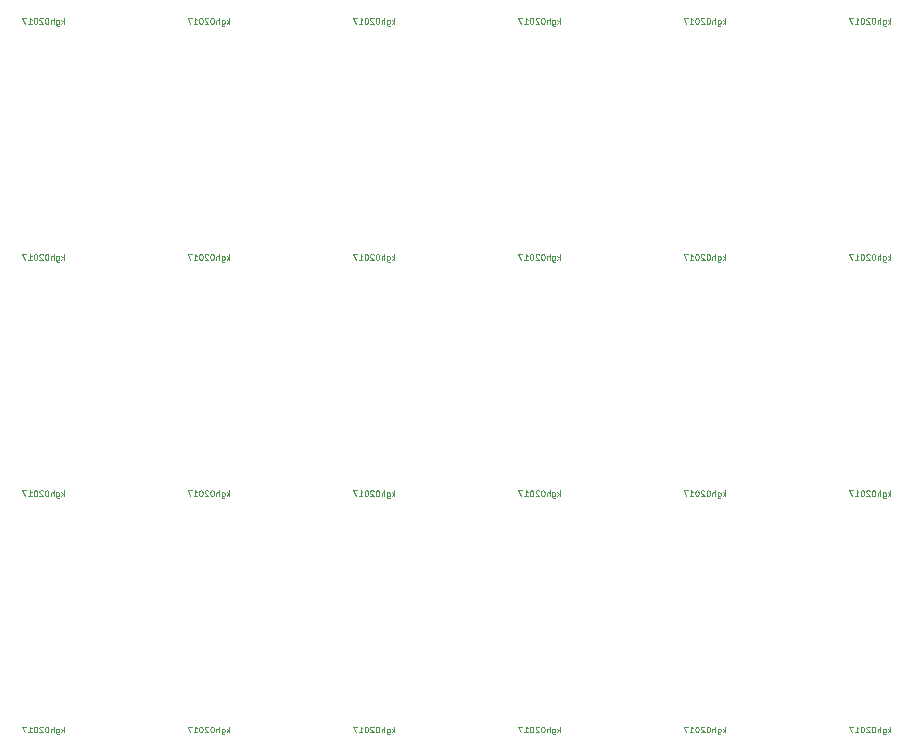
<source format=gbo>
G04 #@! TF.GenerationSoftware,KiCad,Pcbnew,(6.0.9)*
G04 #@! TF.CreationDate,2022-12-08T09:34:55+09:00*
G04 #@! TF.ProjectId,EndPCRailBoard-PNLZ,456e6450-4352-4616-996c-426f6172642d,rev?*
G04 #@! TF.SameCoordinates,PX3938700PY1c9c380*
G04 #@! TF.FileFunction,Legend,Bot*
G04 #@! TF.FilePolarity,Positive*
%FSLAX46Y46*%
G04 Gerber Fmt 4.6, Leading zero omitted, Abs format (unit mm)*
G04 Created by KiCad (PCBNEW (6.0.9)) date 2022-12-08 09:34:55*
%MOMM*%
%LPD*%
G01*
G04 APERTURE LIST*
%ADD10C,0.100000*%
G04 APERTURE END LIST*
D10*
X56726190Y-29226190D02*
X56726190Y-28726190D01*
X56678571Y-29035714D02*
X56535714Y-29226190D01*
X56535714Y-28892857D02*
X56726190Y-29083333D01*
X56107142Y-28892857D02*
X56107142Y-29297619D01*
X56130952Y-29345238D01*
X56154761Y-29369047D01*
X56202380Y-29392857D01*
X56273809Y-29392857D01*
X56321428Y-29369047D01*
X56107142Y-29202380D02*
X56154761Y-29226190D01*
X56250000Y-29226190D01*
X56297619Y-29202380D01*
X56321428Y-29178571D01*
X56345238Y-29130952D01*
X56345238Y-28988095D01*
X56321428Y-28940476D01*
X56297619Y-28916666D01*
X56250000Y-28892857D01*
X56154761Y-28892857D01*
X56107142Y-28916666D01*
X55869047Y-29226190D02*
X55869047Y-28726190D01*
X55654761Y-29226190D02*
X55654761Y-28964285D01*
X55678571Y-28916666D01*
X55726190Y-28892857D01*
X55797619Y-28892857D01*
X55845238Y-28916666D01*
X55869047Y-28940476D01*
X55321428Y-28726190D02*
X55273809Y-28726190D01*
X55226190Y-28750000D01*
X55202380Y-28773809D01*
X55178571Y-28821428D01*
X55154761Y-28916666D01*
X55154761Y-29035714D01*
X55178571Y-29130952D01*
X55202380Y-29178571D01*
X55226190Y-29202380D01*
X55273809Y-29226190D01*
X55321428Y-29226190D01*
X55369047Y-29202380D01*
X55392857Y-29178571D01*
X55416666Y-29130952D01*
X55440476Y-29035714D01*
X55440476Y-28916666D01*
X55416666Y-28821428D01*
X55392857Y-28773809D01*
X55369047Y-28750000D01*
X55321428Y-28726190D01*
X54964285Y-28773809D02*
X54940476Y-28750000D01*
X54892857Y-28726190D01*
X54773809Y-28726190D01*
X54726190Y-28750000D01*
X54702380Y-28773809D01*
X54678571Y-28821428D01*
X54678571Y-28869047D01*
X54702380Y-28940476D01*
X54988095Y-29226190D01*
X54678571Y-29226190D01*
X54369047Y-28726190D02*
X54321428Y-28726190D01*
X54273809Y-28750000D01*
X54250000Y-28773809D01*
X54226190Y-28821428D01*
X54202380Y-28916666D01*
X54202380Y-29035714D01*
X54226190Y-29130952D01*
X54250000Y-29178571D01*
X54273809Y-29202380D01*
X54321428Y-29226190D01*
X54369047Y-29226190D01*
X54416666Y-29202380D01*
X54440476Y-29178571D01*
X54464285Y-29130952D01*
X54488095Y-29035714D01*
X54488095Y-28916666D01*
X54464285Y-28821428D01*
X54440476Y-28773809D01*
X54416666Y-28750000D01*
X54369047Y-28726190D01*
X53726190Y-29226190D02*
X54011904Y-29226190D01*
X53869047Y-29226190D02*
X53869047Y-28726190D01*
X53916666Y-28797619D01*
X53964285Y-28845238D01*
X54011904Y-28869047D01*
X53559523Y-28726190D02*
X53226190Y-28726190D01*
X53440476Y-29226190D01*
X14726190Y-9226190D02*
X14726190Y-8726190D01*
X14678571Y-9035714D02*
X14535714Y-9226190D01*
X14535714Y-8892857D02*
X14726190Y-9083333D01*
X14107142Y-8892857D02*
X14107142Y-9297619D01*
X14130952Y-9345238D01*
X14154761Y-9369047D01*
X14202380Y-9392857D01*
X14273809Y-9392857D01*
X14321428Y-9369047D01*
X14107142Y-9202380D02*
X14154761Y-9226190D01*
X14250000Y-9226190D01*
X14297619Y-9202380D01*
X14321428Y-9178571D01*
X14345238Y-9130952D01*
X14345238Y-8988095D01*
X14321428Y-8940476D01*
X14297619Y-8916666D01*
X14250000Y-8892857D01*
X14154761Y-8892857D01*
X14107142Y-8916666D01*
X13869047Y-9226190D02*
X13869047Y-8726190D01*
X13654761Y-9226190D02*
X13654761Y-8964285D01*
X13678571Y-8916666D01*
X13726190Y-8892857D01*
X13797619Y-8892857D01*
X13845238Y-8916666D01*
X13869047Y-8940476D01*
X13321428Y-8726190D02*
X13273809Y-8726190D01*
X13226190Y-8750000D01*
X13202380Y-8773809D01*
X13178571Y-8821428D01*
X13154761Y-8916666D01*
X13154761Y-9035714D01*
X13178571Y-9130952D01*
X13202380Y-9178571D01*
X13226190Y-9202380D01*
X13273809Y-9226190D01*
X13321428Y-9226190D01*
X13369047Y-9202380D01*
X13392857Y-9178571D01*
X13416666Y-9130952D01*
X13440476Y-9035714D01*
X13440476Y-8916666D01*
X13416666Y-8821428D01*
X13392857Y-8773809D01*
X13369047Y-8750000D01*
X13321428Y-8726190D01*
X12964285Y-8773809D02*
X12940476Y-8750000D01*
X12892857Y-8726190D01*
X12773809Y-8726190D01*
X12726190Y-8750000D01*
X12702380Y-8773809D01*
X12678571Y-8821428D01*
X12678571Y-8869047D01*
X12702380Y-8940476D01*
X12988095Y-9226190D01*
X12678571Y-9226190D01*
X12369047Y-8726190D02*
X12321428Y-8726190D01*
X12273809Y-8750000D01*
X12250000Y-8773809D01*
X12226190Y-8821428D01*
X12202380Y-8916666D01*
X12202380Y-9035714D01*
X12226190Y-9130952D01*
X12250000Y-9178571D01*
X12273809Y-9202380D01*
X12321428Y-9226190D01*
X12369047Y-9226190D01*
X12416666Y-9202380D01*
X12440476Y-9178571D01*
X12464285Y-9130952D01*
X12488095Y-9035714D01*
X12488095Y-8916666D01*
X12464285Y-8821428D01*
X12440476Y-8773809D01*
X12416666Y-8750000D01*
X12369047Y-8726190D01*
X11726190Y-9226190D02*
X12011904Y-9226190D01*
X11869047Y-9226190D02*
X11869047Y-8726190D01*
X11916666Y-8797619D01*
X11964285Y-8845238D01*
X12011904Y-8869047D01*
X11559523Y-8726190D02*
X11226190Y-8726190D01*
X11440476Y-9226190D01*
X70726190Y-9226190D02*
X70726190Y-8726190D01*
X70678571Y-9035714D02*
X70535714Y-9226190D01*
X70535714Y-8892857D02*
X70726190Y-9083333D01*
X70107142Y-8892857D02*
X70107142Y-9297619D01*
X70130952Y-9345238D01*
X70154761Y-9369047D01*
X70202380Y-9392857D01*
X70273809Y-9392857D01*
X70321428Y-9369047D01*
X70107142Y-9202380D02*
X70154761Y-9226190D01*
X70250000Y-9226190D01*
X70297619Y-9202380D01*
X70321428Y-9178571D01*
X70345238Y-9130952D01*
X70345238Y-8988095D01*
X70321428Y-8940476D01*
X70297619Y-8916666D01*
X70250000Y-8892857D01*
X70154761Y-8892857D01*
X70107142Y-8916666D01*
X69869047Y-9226190D02*
X69869047Y-8726190D01*
X69654761Y-9226190D02*
X69654761Y-8964285D01*
X69678571Y-8916666D01*
X69726190Y-8892857D01*
X69797619Y-8892857D01*
X69845238Y-8916666D01*
X69869047Y-8940476D01*
X69321428Y-8726190D02*
X69273809Y-8726190D01*
X69226190Y-8750000D01*
X69202380Y-8773809D01*
X69178571Y-8821428D01*
X69154761Y-8916666D01*
X69154761Y-9035714D01*
X69178571Y-9130952D01*
X69202380Y-9178571D01*
X69226190Y-9202380D01*
X69273809Y-9226190D01*
X69321428Y-9226190D01*
X69369047Y-9202380D01*
X69392857Y-9178571D01*
X69416666Y-9130952D01*
X69440476Y-9035714D01*
X69440476Y-8916666D01*
X69416666Y-8821428D01*
X69392857Y-8773809D01*
X69369047Y-8750000D01*
X69321428Y-8726190D01*
X68964285Y-8773809D02*
X68940476Y-8750000D01*
X68892857Y-8726190D01*
X68773809Y-8726190D01*
X68726190Y-8750000D01*
X68702380Y-8773809D01*
X68678571Y-8821428D01*
X68678571Y-8869047D01*
X68702380Y-8940476D01*
X68988095Y-9226190D01*
X68678571Y-9226190D01*
X68369047Y-8726190D02*
X68321428Y-8726190D01*
X68273809Y-8750000D01*
X68250000Y-8773809D01*
X68226190Y-8821428D01*
X68202380Y-8916666D01*
X68202380Y-9035714D01*
X68226190Y-9130952D01*
X68250000Y-9178571D01*
X68273809Y-9202380D01*
X68321428Y-9226190D01*
X68369047Y-9226190D01*
X68416666Y-9202380D01*
X68440476Y-9178571D01*
X68464285Y-9130952D01*
X68488095Y-9035714D01*
X68488095Y-8916666D01*
X68464285Y-8821428D01*
X68440476Y-8773809D01*
X68416666Y-8750000D01*
X68369047Y-8726190D01*
X67726190Y-9226190D02*
X68011904Y-9226190D01*
X67869047Y-9226190D02*
X67869047Y-8726190D01*
X67916666Y-8797619D01*
X67964285Y-8845238D01*
X68011904Y-8869047D01*
X67559523Y-8726190D02*
X67226190Y-8726190D01*
X67440476Y-9226190D01*
X56726190Y-49226190D02*
X56726190Y-48726190D01*
X56678571Y-49035714D02*
X56535714Y-49226190D01*
X56535714Y-48892857D02*
X56726190Y-49083333D01*
X56107142Y-48892857D02*
X56107142Y-49297619D01*
X56130952Y-49345238D01*
X56154761Y-49369047D01*
X56202380Y-49392857D01*
X56273809Y-49392857D01*
X56321428Y-49369047D01*
X56107142Y-49202380D02*
X56154761Y-49226190D01*
X56250000Y-49226190D01*
X56297619Y-49202380D01*
X56321428Y-49178571D01*
X56345238Y-49130952D01*
X56345238Y-48988095D01*
X56321428Y-48940476D01*
X56297619Y-48916666D01*
X56250000Y-48892857D01*
X56154761Y-48892857D01*
X56107142Y-48916666D01*
X55869047Y-49226190D02*
X55869047Y-48726190D01*
X55654761Y-49226190D02*
X55654761Y-48964285D01*
X55678571Y-48916666D01*
X55726190Y-48892857D01*
X55797619Y-48892857D01*
X55845238Y-48916666D01*
X55869047Y-48940476D01*
X55321428Y-48726190D02*
X55273809Y-48726190D01*
X55226190Y-48750000D01*
X55202380Y-48773809D01*
X55178571Y-48821428D01*
X55154761Y-48916666D01*
X55154761Y-49035714D01*
X55178571Y-49130952D01*
X55202380Y-49178571D01*
X55226190Y-49202380D01*
X55273809Y-49226190D01*
X55321428Y-49226190D01*
X55369047Y-49202380D01*
X55392857Y-49178571D01*
X55416666Y-49130952D01*
X55440476Y-49035714D01*
X55440476Y-48916666D01*
X55416666Y-48821428D01*
X55392857Y-48773809D01*
X55369047Y-48750000D01*
X55321428Y-48726190D01*
X54964285Y-48773809D02*
X54940476Y-48750000D01*
X54892857Y-48726190D01*
X54773809Y-48726190D01*
X54726190Y-48750000D01*
X54702380Y-48773809D01*
X54678571Y-48821428D01*
X54678571Y-48869047D01*
X54702380Y-48940476D01*
X54988095Y-49226190D01*
X54678571Y-49226190D01*
X54369047Y-48726190D02*
X54321428Y-48726190D01*
X54273809Y-48750000D01*
X54250000Y-48773809D01*
X54226190Y-48821428D01*
X54202380Y-48916666D01*
X54202380Y-49035714D01*
X54226190Y-49130952D01*
X54250000Y-49178571D01*
X54273809Y-49202380D01*
X54321428Y-49226190D01*
X54369047Y-49226190D01*
X54416666Y-49202380D01*
X54440476Y-49178571D01*
X54464285Y-49130952D01*
X54488095Y-49035714D01*
X54488095Y-48916666D01*
X54464285Y-48821428D01*
X54440476Y-48773809D01*
X54416666Y-48750000D01*
X54369047Y-48726190D01*
X53726190Y-49226190D02*
X54011904Y-49226190D01*
X53869047Y-49226190D02*
X53869047Y-48726190D01*
X53916666Y-48797619D01*
X53964285Y-48845238D01*
X54011904Y-48869047D01*
X53559523Y-48726190D02*
X53226190Y-48726190D01*
X53440476Y-49226190D01*
X42726190Y-69226190D02*
X42726190Y-68726190D01*
X42678571Y-69035714D02*
X42535714Y-69226190D01*
X42535714Y-68892857D02*
X42726190Y-69083333D01*
X42107142Y-68892857D02*
X42107142Y-69297619D01*
X42130952Y-69345238D01*
X42154761Y-69369047D01*
X42202380Y-69392857D01*
X42273809Y-69392857D01*
X42321428Y-69369047D01*
X42107142Y-69202380D02*
X42154761Y-69226190D01*
X42250000Y-69226190D01*
X42297619Y-69202380D01*
X42321428Y-69178571D01*
X42345238Y-69130952D01*
X42345238Y-68988095D01*
X42321428Y-68940476D01*
X42297619Y-68916666D01*
X42250000Y-68892857D01*
X42154761Y-68892857D01*
X42107142Y-68916666D01*
X41869047Y-69226190D02*
X41869047Y-68726190D01*
X41654761Y-69226190D02*
X41654761Y-68964285D01*
X41678571Y-68916666D01*
X41726190Y-68892857D01*
X41797619Y-68892857D01*
X41845238Y-68916666D01*
X41869047Y-68940476D01*
X41321428Y-68726190D02*
X41273809Y-68726190D01*
X41226190Y-68750000D01*
X41202380Y-68773809D01*
X41178571Y-68821428D01*
X41154761Y-68916666D01*
X41154761Y-69035714D01*
X41178571Y-69130952D01*
X41202380Y-69178571D01*
X41226190Y-69202380D01*
X41273809Y-69226190D01*
X41321428Y-69226190D01*
X41369047Y-69202380D01*
X41392857Y-69178571D01*
X41416666Y-69130952D01*
X41440476Y-69035714D01*
X41440476Y-68916666D01*
X41416666Y-68821428D01*
X41392857Y-68773809D01*
X41369047Y-68750000D01*
X41321428Y-68726190D01*
X40964285Y-68773809D02*
X40940476Y-68750000D01*
X40892857Y-68726190D01*
X40773809Y-68726190D01*
X40726190Y-68750000D01*
X40702380Y-68773809D01*
X40678571Y-68821428D01*
X40678571Y-68869047D01*
X40702380Y-68940476D01*
X40988095Y-69226190D01*
X40678571Y-69226190D01*
X40369047Y-68726190D02*
X40321428Y-68726190D01*
X40273809Y-68750000D01*
X40250000Y-68773809D01*
X40226190Y-68821428D01*
X40202380Y-68916666D01*
X40202380Y-69035714D01*
X40226190Y-69130952D01*
X40250000Y-69178571D01*
X40273809Y-69202380D01*
X40321428Y-69226190D01*
X40369047Y-69226190D01*
X40416666Y-69202380D01*
X40440476Y-69178571D01*
X40464285Y-69130952D01*
X40488095Y-69035714D01*
X40488095Y-68916666D01*
X40464285Y-68821428D01*
X40440476Y-68773809D01*
X40416666Y-68750000D01*
X40369047Y-68726190D01*
X39726190Y-69226190D02*
X40011904Y-69226190D01*
X39869047Y-69226190D02*
X39869047Y-68726190D01*
X39916666Y-68797619D01*
X39964285Y-68845238D01*
X40011904Y-68869047D01*
X39559523Y-68726190D02*
X39226190Y-68726190D01*
X39440476Y-69226190D01*
X84726190Y-49226190D02*
X84726190Y-48726190D01*
X84678571Y-49035714D02*
X84535714Y-49226190D01*
X84535714Y-48892857D02*
X84726190Y-49083333D01*
X84107142Y-48892857D02*
X84107142Y-49297619D01*
X84130952Y-49345238D01*
X84154761Y-49369047D01*
X84202380Y-49392857D01*
X84273809Y-49392857D01*
X84321428Y-49369047D01*
X84107142Y-49202380D02*
X84154761Y-49226190D01*
X84250000Y-49226190D01*
X84297619Y-49202380D01*
X84321428Y-49178571D01*
X84345238Y-49130952D01*
X84345238Y-48988095D01*
X84321428Y-48940476D01*
X84297619Y-48916666D01*
X84250000Y-48892857D01*
X84154761Y-48892857D01*
X84107142Y-48916666D01*
X83869047Y-49226190D02*
X83869047Y-48726190D01*
X83654761Y-49226190D02*
X83654761Y-48964285D01*
X83678571Y-48916666D01*
X83726190Y-48892857D01*
X83797619Y-48892857D01*
X83845238Y-48916666D01*
X83869047Y-48940476D01*
X83321428Y-48726190D02*
X83273809Y-48726190D01*
X83226190Y-48750000D01*
X83202380Y-48773809D01*
X83178571Y-48821428D01*
X83154761Y-48916666D01*
X83154761Y-49035714D01*
X83178571Y-49130952D01*
X83202380Y-49178571D01*
X83226190Y-49202380D01*
X83273809Y-49226190D01*
X83321428Y-49226190D01*
X83369047Y-49202380D01*
X83392857Y-49178571D01*
X83416666Y-49130952D01*
X83440476Y-49035714D01*
X83440476Y-48916666D01*
X83416666Y-48821428D01*
X83392857Y-48773809D01*
X83369047Y-48750000D01*
X83321428Y-48726190D01*
X82964285Y-48773809D02*
X82940476Y-48750000D01*
X82892857Y-48726190D01*
X82773809Y-48726190D01*
X82726190Y-48750000D01*
X82702380Y-48773809D01*
X82678571Y-48821428D01*
X82678571Y-48869047D01*
X82702380Y-48940476D01*
X82988095Y-49226190D01*
X82678571Y-49226190D01*
X82369047Y-48726190D02*
X82321428Y-48726190D01*
X82273809Y-48750000D01*
X82250000Y-48773809D01*
X82226190Y-48821428D01*
X82202380Y-48916666D01*
X82202380Y-49035714D01*
X82226190Y-49130952D01*
X82250000Y-49178571D01*
X82273809Y-49202380D01*
X82321428Y-49226190D01*
X82369047Y-49226190D01*
X82416666Y-49202380D01*
X82440476Y-49178571D01*
X82464285Y-49130952D01*
X82488095Y-49035714D01*
X82488095Y-48916666D01*
X82464285Y-48821428D01*
X82440476Y-48773809D01*
X82416666Y-48750000D01*
X82369047Y-48726190D01*
X81726190Y-49226190D02*
X82011904Y-49226190D01*
X81869047Y-49226190D02*
X81869047Y-48726190D01*
X81916666Y-48797619D01*
X81964285Y-48845238D01*
X82011904Y-48869047D01*
X81559523Y-48726190D02*
X81226190Y-48726190D01*
X81440476Y-49226190D01*
X42726190Y-29226190D02*
X42726190Y-28726190D01*
X42678571Y-29035714D02*
X42535714Y-29226190D01*
X42535714Y-28892857D02*
X42726190Y-29083333D01*
X42107142Y-28892857D02*
X42107142Y-29297619D01*
X42130952Y-29345238D01*
X42154761Y-29369047D01*
X42202380Y-29392857D01*
X42273809Y-29392857D01*
X42321428Y-29369047D01*
X42107142Y-29202380D02*
X42154761Y-29226190D01*
X42250000Y-29226190D01*
X42297619Y-29202380D01*
X42321428Y-29178571D01*
X42345238Y-29130952D01*
X42345238Y-28988095D01*
X42321428Y-28940476D01*
X42297619Y-28916666D01*
X42250000Y-28892857D01*
X42154761Y-28892857D01*
X42107142Y-28916666D01*
X41869047Y-29226190D02*
X41869047Y-28726190D01*
X41654761Y-29226190D02*
X41654761Y-28964285D01*
X41678571Y-28916666D01*
X41726190Y-28892857D01*
X41797619Y-28892857D01*
X41845238Y-28916666D01*
X41869047Y-28940476D01*
X41321428Y-28726190D02*
X41273809Y-28726190D01*
X41226190Y-28750000D01*
X41202380Y-28773809D01*
X41178571Y-28821428D01*
X41154761Y-28916666D01*
X41154761Y-29035714D01*
X41178571Y-29130952D01*
X41202380Y-29178571D01*
X41226190Y-29202380D01*
X41273809Y-29226190D01*
X41321428Y-29226190D01*
X41369047Y-29202380D01*
X41392857Y-29178571D01*
X41416666Y-29130952D01*
X41440476Y-29035714D01*
X41440476Y-28916666D01*
X41416666Y-28821428D01*
X41392857Y-28773809D01*
X41369047Y-28750000D01*
X41321428Y-28726190D01*
X40964285Y-28773809D02*
X40940476Y-28750000D01*
X40892857Y-28726190D01*
X40773809Y-28726190D01*
X40726190Y-28750000D01*
X40702380Y-28773809D01*
X40678571Y-28821428D01*
X40678571Y-28869047D01*
X40702380Y-28940476D01*
X40988095Y-29226190D01*
X40678571Y-29226190D01*
X40369047Y-28726190D02*
X40321428Y-28726190D01*
X40273809Y-28750000D01*
X40250000Y-28773809D01*
X40226190Y-28821428D01*
X40202380Y-28916666D01*
X40202380Y-29035714D01*
X40226190Y-29130952D01*
X40250000Y-29178571D01*
X40273809Y-29202380D01*
X40321428Y-29226190D01*
X40369047Y-29226190D01*
X40416666Y-29202380D01*
X40440476Y-29178571D01*
X40464285Y-29130952D01*
X40488095Y-29035714D01*
X40488095Y-28916666D01*
X40464285Y-28821428D01*
X40440476Y-28773809D01*
X40416666Y-28750000D01*
X40369047Y-28726190D01*
X39726190Y-29226190D02*
X40011904Y-29226190D01*
X39869047Y-29226190D02*
X39869047Y-28726190D01*
X39916666Y-28797619D01*
X39964285Y-28845238D01*
X40011904Y-28869047D01*
X39559523Y-28726190D02*
X39226190Y-28726190D01*
X39440476Y-29226190D01*
X42726190Y-49226190D02*
X42726190Y-48726190D01*
X42678571Y-49035714D02*
X42535714Y-49226190D01*
X42535714Y-48892857D02*
X42726190Y-49083333D01*
X42107142Y-48892857D02*
X42107142Y-49297619D01*
X42130952Y-49345238D01*
X42154761Y-49369047D01*
X42202380Y-49392857D01*
X42273809Y-49392857D01*
X42321428Y-49369047D01*
X42107142Y-49202380D02*
X42154761Y-49226190D01*
X42250000Y-49226190D01*
X42297619Y-49202380D01*
X42321428Y-49178571D01*
X42345238Y-49130952D01*
X42345238Y-48988095D01*
X42321428Y-48940476D01*
X42297619Y-48916666D01*
X42250000Y-48892857D01*
X42154761Y-48892857D01*
X42107142Y-48916666D01*
X41869047Y-49226190D02*
X41869047Y-48726190D01*
X41654761Y-49226190D02*
X41654761Y-48964285D01*
X41678571Y-48916666D01*
X41726190Y-48892857D01*
X41797619Y-48892857D01*
X41845238Y-48916666D01*
X41869047Y-48940476D01*
X41321428Y-48726190D02*
X41273809Y-48726190D01*
X41226190Y-48750000D01*
X41202380Y-48773809D01*
X41178571Y-48821428D01*
X41154761Y-48916666D01*
X41154761Y-49035714D01*
X41178571Y-49130952D01*
X41202380Y-49178571D01*
X41226190Y-49202380D01*
X41273809Y-49226190D01*
X41321428Y-49226190D01*
X41369047Y-49202380D01*
X41392857Y-49178571D01*
X41416666Y-49130952D01*
X41440476Y-49035714D01*
X41440476Y-48916666D01*
X41416666Y-48821428D01*
X41392857Y-48773809D01*
X41369047Y-48750000D01*
X41321428Y-48726190D01*
X40964285Y-48773809D02*
X40940476Y-48750000D01*
X40892857Y-48726190D01*
X40773809Y-48726190D01*
X40726190Y-48750000D01*
X40702380Y-48773809D01*
X40678571Y-48821428D01*
X40678571Y-48869047D01*
X40702380Y-48940476D01*
X40988095Y-49226190D01*
X40678571Y-49226190D01*
X40369047Y-48726190D02*
X40321428Y-48726190D01*
X40273809Y-48750000D01*
X40250000Y-48773809D01*
X40226190Y-48821428D01*
X40202380Y-48916666D01*
X40202380Y-49035714D01*
X40226190Y-49130952D01*
X40250000Y-49178571D01*
X40273809Y-49202380D01*
X40321428Y-49226190D01*
X40369047Y-49226190D01*
X40416666Y-49202380D01*
X40440476Y-49178571D01*
X40464285Y-49130952D01*
X40488095Y-49035714D01*
X40488095Y-48916666D01*
X40464285Y-48821428D01*
X40440476Y-48773809D01*
X40416666Y-48750000D01*
X40369047Y-48726190D01*
X39726190Y-49226190D02*
X40011904Y-49226190D01*
X39869047Y-49226190D02*
X39869047Y-48726190D01*
X39916666Y-48797619D01*
X39964285Y-48845238D01*
X40011904Y-48869047D01*
X39559523Y-48726190D02*
X39226190Y-48726190D01*
X39440476Y-49226190D01*
X84726190Y-69226190D02*
X84726190Y-68726190D01*
X84678571Y-69035714D02*
X84535714Y-69226190D01*
X84535714Y-68892857D02*
X84726190Y-69083333D01*
X84107142Y-68892857D02*
X84107142Y-69297619D01*
X84130952Y-69345238D01*
X84154761Y-69369047D01*
X84202380Y-69392857D01*
X84273809Y-69392857D01*
X84321428Y-69369047D01*
X84107142Y-69202380D02*
X84154761Y-69226190D01*
X84250000Y-69226190D01*
X84297619Y-69202380D01*
X84321428Y-69178571D01*
X84345238Y-69130952D01*
X84345238Y-68988095D01*
X84321428Y-68940476D01*
X84297619Y-68916666D01*
X84250000Y-68892857D01*
X84154761Y-68892857D01*
X84107142Y-68916666D01*
X83869047Y-69226190D02*
X83869047Y-68726190D01*
X83654761Y-69226190D02*
X83654761Y-68964285D01*
X83678571Y-68916666D01*
X83726190Y-68892857D01*
X83797619Y-68892857D01*
X83845238Y-68916666D01*
X83869047Y-68940476D01*
X83321428Y-68726190D02*
X83273809Y-68726190D01*
X83226190Y-68750000D01*
X83202380Y-68773809D01*
X83178571Y-68821428D01*
X83154761Y-68916666D01*
X83154761Y-69035714D01*
X83178571Y-69130952D01*
X83202380Y-69178571D01*
X83226190Y-69202380D01*
X83273809Y-69226190D01*
X83321428Y-69226190D01*
X83369047Y-69202380D01*
X83392857Y-69178571D01*
X83416666Y-69130952D01*
X83440476Y-69035714D01*
X83440476Y-68916666D01*
X83416666Y-68821428D01*
X83392857Y-68773809D01*
X83369047Y-68750000D01*
X83321428Y-68726190D01*
X82964285Y-68773809D02*
X82940476Y-68750000D01*
X82892857Y-68726190D01*
X82773809Y-68726190D01*
X82726190Y-68750000D01*
X82702380Y-68773809D01*
X82678571Y-68821428D01*
X82678571Y-68869047D01*
X82702380Y-68940476D01*
X82988095Y-69226190D01*
X82678571Y-69226190D01*
X82369047Y-68726190D02*
X82321428Y-68726190D01*
X82273809Y-68750000D01*
X82250000Y-68773809D01*
X82226190Y-68821428D01*
X82202380Y-68916666D01*
X82202380Y-69035714D01*
X82226190Y-69130952D01*
X82250000Y-69178571D01*
X82273809Y-69202380D01*
X82321428Y-69226190D01*
X82369047Y-69226190D01*
X82416666Y-69202380D01*
X82440476Y-69178571D01*
X82464285Y-69130952D01*
X82488095Y-69035714D01*
X82488095Y-68916666D01*
X82464285Y-68821428D01*
X82440476Y-68773809D01*
X82416666Y-68750000D01*
X82369047Y-68726190D01*
X81726190Y-69226190D02*
X82011904Y-69226190D01*
X81869047Y-69226190D02*
X81869047Y-68726190D01*
X81916666Y-68797619D01*
X81964285Y-68845238D01*
X82011904Y-68869047D01*
X81559523Y-68726190D02*
X81226190Y-68726190D01*
X81440476Y-69226190D01*
X70726190Y-29226190D02*
X70726190Y-28726190D01*
X70678571Y-29035714D02*
X70535714Y-29226190D01*
X70535714Y-28892857D02*
X70726190Y-29083333D01*
X70107142Y-28892857D02*
X70107142Y-29297619D01*
X70130952Y-29345238D01*
X70154761Y-29369047D01*
X70202380Y-29392857D01*
X70273809Y-29392857D01*
X70321428Y-29369047D01*
X70107142Y-29202380D02*
X70154761Y-29226190D01*
X70250000Y-29226190D01*
X70297619Y-29202380D01*
X70321428Y-29178571D01*
X70345238Y-29130952D01*
X70345238Y-28988095D01*
X70321428Y-28940476D01*
X70297619Y-28916666D01*
X70250000Y-28892857D01*
X70154761Y-28892857D01*
X70107142Y-28916666D01*
X69869047Y-29226190D02*
X69869047Y-28726190D01*
X69654761Y-29226190D02*
X69654761Y-28964285D01*
X69678571Y-28916666D01*
X69726190Y-28892857D01*
X69797619Y-28892857D01*
X69845238Y-28916666D01*
X69869047Y-28940476D01*
X69321428Y-28726190D02*
X69273809Y-28726190D01*
X69226190Y-28750000D01*
X69202380Y-28773809D01*
X69178571Y-28821428D01*
X69154761Y-28916666D01*
X69154761Y-29035714D01*
X69178571Y-29130952D01*
X69202380Y-29178571D01*
X69226190Y-29202380D01*
X69273809Y-29226190D01*
X69321428Y-29226190D01*
X69369047Y-29202380D01*
X69392857Y-29178571D01*
X69416666Y-29130952D01*
X69440476Y-29035714D01*
X69440476Y-28916666D01*
X69416666Y-28821428D01*
X69392857Y-28773809D01*
X69369047Y-28750000D01*
X69321428Y-28726190D01*
X68964285Y-28773809D02*
X68940476Y-28750000D01*
X68892857Y-28726190D01*
X68773809Y-28726190D01*
X68726190Y-28750000D01*
X68702380Y-28773809D01*
X68678571Y-28821428D01*
X68678571Y-28869047D01*
X68702380Y-28940476D01*
X68988095Y-29226190D01*
X68678571Y-29226190D01*
X68369047Y-28726190D02*
X68321428Y-28726190D01*
X68273809Y-28750000D01*
X68250000Y-28773809D01*
X68226190Y-28821428D01*
X68202380Y-28916666D01*
X68202380Y-29035714D01*
X68226190Y-29130952D01*
X68250000Y-29178571D01*
X68273809Y-29202380D01*
X68321428Y-29226190D01*
X68369047Y-29226190D01*
X68416666Y-29202380D01*
X68440476Y-29178571D01*
X68464285Y-29130952D01*
X68488095Y-29035714D01*
X68488095Y-28916666D01*
X68464285Y-28821428D01*
X68440476Y-28773809D01*
X68416666Y-28750000D01*
X68369047Y-28726190D01*
X67726190Y-29226190D02*
X68011904Y-29226190D01*
X67869047Y-29226190D02*
X67869047Y-28726190D01*
X67916666Y-28797619D01*
X67964285Y-28845238D01*
X68011904Y-28869047D01*
X67559523Y-28726190D02*
X67226190Y-28726190D01*
X67440476Y-29226190D01*
X28726190Y-29226190D02*
X28726190Y-28726190D01*
X28678571Y-29035714D02*
X28535714Y-29226190D01*
X28535714Y-28892857D02*
X28726190Y-29083333D01*
X28107142Y-28892857D02*
X28107142Y-29297619D01*
X28130952Y-29345238D01*
X28154761Y-29369047D01*
X28202380Y-29392857D01*
X28273809Y-29392857D01*
X28321428Y-29369047D01*
X28107142Y-29202380D02*
X28154761Y-29226190D01*
X28250000Y-29226190D01*
X28297619Y-29202380D01*
X28321428Y-29178571D01*
X28345238Y-29130952D01*
X28345238Y-28988095D01*
X28321428Y-28940476D01*
X28297619Y-28916666D01*
X28250000Y-28892857D01*
X28154761Y-28892857D01*
X28107142Y-28916666D01*
X27869047Y-29226190D02*
X27869047Y-28726190D01*
X27654761Y-29226190D02*
X27654761Y-28964285D01*
X27678571Y-28916666D01*
X27726190Y-28892857D01*
X27797619Y-28892857D01*
X27845238Y-28916666D01*
X27869047Y-28940476D01*
X27321428Y-28726190D02*
X27273809Y-28726190D01*
X27226190Y-28750000D01*
X27202380Y-28773809D01*
X27178571Y-28821428D01*
X27154761Y-28916666D01*
X27154761Y-29035714D01*
X27178571Y-29130952D01*
X27202380Y-29178571D01*
X27226190Y-29202380D01*
X27273809Y-29226190D01*
X27321428Y-29226190D01*
X27369047Y-29202380D01*
X27392857Y-29178571D01*
X27416666Y-29130952D01*
X27440476Y-29035714D01*
X27440476Y-28916666D01*
X27416666Y-28821428D01*
X27392857Y-28773809D01*
X27369047Y-28750000D01*
X27321428Y-28726190D01*
X26964285Y-28773809D02*
X26940476Y-28750000D01*
X26892857Y-28726190D01*
X26773809Y-28726190D01*
X26726190Y-28750000D01*
X26702380Y-28773809D01*
X26678571Y-28821428D01*
X26678571Y-28869047D01*
X26702380Y-28940476D01*
X26988095Y-29226190D01*
X26678571Y-29226190D01*
X26369047Y-28726190D02*
X26321428Y-28726190D01*
X26273809Y-28750000D01*
X26250000Y-28773809D01*
X26226190Y-28821428D01*
X26202380Y-28916666D01*
X26202380Y-29035714D01*
X26226190Y-29130952D01*
X26250000Y-29178571D01*
X26273809Y-29202380D01*
X26321428Y-29226190D01*
X26369047Y-29226190D01*
X26416666Y-29202380D01*
X26440476Y-29178571D01*
X26464285Y-29130952D01*
X26488095Y-29035714D01*
X26488095Y-28916666D01*
X26464285Y-28821428D01*
X26440476Y-28773809D01*
X26416666Y-28750000D01*
X26369047Y-28726190D01*
X25726190Y-29226190D02*
X26011904Y-29226190D01*
X25869047Y-29226190D02*
X25869047Y-28726190D01*
X25916666Y-28797619D01*
X25964285Y-28845238D01*
X26011904Y-28869047D01*
X25559523Y-28726190D02*
X25226190Y-28726190D01*
X25440476Y-29226190D01*
X56726190Y-69226190D02*
X56726190Y-68726190D01*
X56678571Y-69035714D02*
X56535714Y-69226190D01*
X56535714Y-68892857D02*
X56726190Y-69083333D01*
X56107142Y-68892857D02*
X56107142Y-69297619D01*
X56130952Y-69345238D01*
X56154761Y-69369047D01*
X56202380Y-69392857D01*
X56273809Y-69392857D01*
X56321428Y-69369047D01*
X56107142Y-69202380D02*
X56154761Y-69226190D01*
X56250000Y-69226190D01*
X56297619Y-69202380D01*
X56321428Y-69178571D01*
X56345238Y-69130952D01*
X56345238Y-68988095D01*
X56321428Y-68940476D01*
X56297619Y-68916666D01*
X56250000Y-68892857D01*
X56154761Y-68892857D01*
X56107142Y-68916666D01*
X55869047Y-69226190D02*
X55869047Y-68726190D01*
X55654761Y-69226190D02*
X55654761Y-68964285D01*
X55678571Y-68916666D01*
X55726190Y-68892857D01*
X55797619Y-68892857D01*
X55845238Y-68916666D01*
X55869047Y-68940476D01*
X55321428Y-68726190D02*
X55273809Y-68726190D01*
X55226190Y-68750000D01*
X55202380Y-68773809D01*
X55178571Y-68821428D01*
X55154761Y-68916666D01*
X55154761Y-69035714D01*
X55178571Y-69130952D01*
X55202380Y-69178571D01*
X55226190Y-69202380D01*
X55273809Y-69226190D01*
X55321428Y-69226190D01*
X55369047Y-69202380D01*
X55392857Y-69178571D01*
X55416666Y-69130952D01*
X55440476Y-69035714D01*
X55440476Y-68916666D01*
X55416666Y-68821428D01*
X55392857Y-68773809D01*
X55369047Y-68750000D01*
X55321428Y-68726190D01*
X54964285Y-68773809D02*
X54940476Y-68750000D01*
X54892857Y-68726190D01*
X54773809Y-68726190D01*
X54726190Y-68750000D01*
X54702380Y-68773809D01*
X54678571Y-68821428D01*
X54678571Y-68869047D01*
X54702380Y-68940476D01*
X54988095Y-69226190D01*
X54678571Y-69226190D01*
X54369047Y-68726190D02*
X54321428Y-68726190D01*
X54273809Y-68750000D01*
X54250000Y-68773809D01*
X54226190Y-68821428D01*
X54202380Y-68916666D01*
X54202380Y-69035714D01*
X54226190Y-69130952D01*
X54250000Y-69178571D01*
X54273809Y-69202380D01*
X54321428Y-69226190D01*
X54369047Y-69226190D01*
X54416666Y-69202380D01*
X54440476Y-69178571D01*
X54464285Y-69130952D01*
X54488095Y-69035714D01*
X54488095Y-68916666D01*
X54464285Y-68821428D01*
X54440476Y-68773809D01*
X54416666Y-68750000D01*
X54369047Y-68726190D01*
X53726190Y-69226190D02*
X54011904Y-69226190D01*
X53869047Y-69226190D02*
X53869047Y-68726190D01*
X53916666Y-68797619D01*
X53964285Y-68845238D01*
X54011904Y-68869047D01*
X53559523Y-68726190D02*
X53226190Y-68726190D01*
X53440476Y-69226190D01*
X70726190Y-69226190D02*
X70726190Y-68726190D01*
X70678571Y-69035714D02*
X70535714Y-69226190D01*
X70535714Y-68892857D02*
X70726190Y-69083333D01*
X70107142Y-68892857D02*
X70107142Y-69297619D01*
X70130952Y-69345238D01*
X70154761Y-69369047D01*
X70202380Y-69392857D01*
X70273809Y-69392857D01*
X70321428Y-69369047D01*
X70107142Y-69202380D02*
X70154761Y-69226190D01*
X70250000Y-69226190D01*
X70297619Y-69202380D01*
X70321428Y-69178571D01*
X70345238Y-69130952D01*
X70345238Y-68988095D01*
X70321428Y-68940476D01*
X70297619Y-68916666D01*
X70250000Y-68892857D01*
X70154761Y-68892857D01*
X70107142Y-68916666D01*
X69869047Y-69226190D02*
X69869047Y-68726190D01*
X69654761Y-69226190D02*
X69654761Y-68964285D01*
X69678571Y-68916666D01*
X69726190Y-68892857D01*
X69797619Y-68892857D01*
X69845238Y-68916666D01*
X69869047Y-68940476D01*
X69321428Y-68726190D02*
X69273809Y-68726190D01*
X69226190Y-68750000D01*
X69202380Y-68773809D01*
X69178571Y-68821428D01*
X69154761Y-68916666D01*
X69154761Y-69035714D01*
X69178571Y-69130952D01*
X69202380Y-69178571D01*
X69226190Y-69202380D01*
X69273809Y-69226190D01*
X69321428Y-69226190D01*
X69369047Y-69202380D01*
X69392857Y-69178571D01*
X69416666Y-69130952D01*
X69440476Y-69035714D01*
X69440476Y-68916666D01*
X69416666Y-68821428D01*
X69392857Y-68773809D01*
X69369047Y-68750000D01*
X69321428Y-68726190D01*
X68964285Y-68773809D02*
X68940476Y-68750000D01*
X68892857Y-68726190D01*
X68773809Y-68726190D01*
X68726190Y-68750000D01*
X68702380Y-68773809D01*
X68678571Y-68821428D01*
X68678571Y-68869047D01*
X68702380Y-68940476D01*
X68988095Y-69226190D01*
X68678571Y-69226190D01*
X68369047Y-68726190D02*
X68321428Y-68726190D01*
X68273809Y-68750000D01*
X68250000Y-68773809D01*
X68226190Y-68821428D01*
X68202380Y-68916666D01*
X68202380Y-69035714D01*
X68226190Y-69130952D01*
X68250000Y-69178571D01*
X68273809Y-69202380D01*
X68321428Y-69226190D01*
X68369047Y-69226190D01*
X68416666Y-69202380D01*
X68440476Y-69178571D01*
X68464285Y-69130952D01*
X68488095Y-69035714D01*
X68488095Y-68916666D01*
X68464285Y-68821428D01*
X68440476Y-68773809D01*
X68416666Y-68750000D01*
X68369047Y-68726190D01*
X67726190Y-69226190D02*
X68011904Y-69226190D01*
X67869047Y-69226190D02*
X67869047Y-68726190D01*
X67916666Y-68797619D01*
X67964285Y-68845238D01*
X68011904Y-68869047D01*
X67559523Y-68726190D02*
X67226190Y-68726190D01*
X67440476Y-69226190D01*
X84726190Y-9226190D02*
X84726190Y-8726190D01*
X84678571Y-9035714D02*
X84535714Y-9226190D01*
X84535714Y-8892857D02*
X84726190Y-9083333D01*
X84107142Y-8892857D02*
X84107142Y-9297619D01*
X84130952Y-9345238D01*
X84154761Y-9369047D01*
X84202380Y-9392857D01*
X84273809Y-9392857D01*
X84321428Y-9369047D01*
X84107142Y-9202380D02*
X84154761Y-9226190D01*
X84250000Y-9226190D01*
X84297619Y-9202380D01*
X84321428Y-9178571D01*
X84345238Y-9130952D01*
X84345238Y-8988095D01*
X84321428Y-8940476D01*
X84297619Y-8916666D01*
X84250000Y-8892857D01*
X84154761Y-8892857D01*
X84107142Y-8916666D01*
X83869047Y-9226190D02*
X83869047Y-8726190D01*
X83654761Y-9226190D02*
X83654761Y-8964285D01*
X83678571Y-8916666D01*
X83726190Y-8892857D01*
X83797619Y-8892857D01*
X83845238Y-8916666D01*
X83869047Y-8940476D01*
X83321428Y-8726190D02*
X83273809Y-8726190D01*
X83226190Y-8750000D01*
X83202380Y-8773809D01*
X83178571Y-8821428D01*
X83154761Y-8916666D01*
X83154761Y-9035714D01*
X83178571Y-9130952D01*
X83202380Y-9178571D01*
X83226190Y-9202380D01*
X83273809Y-9226190D01*
X83321428Y-9226190D01*
X83369047Y-9202380D01*
X83392857Y-9178571D01*
X83416666Y-9130952D01*
X83440476Y-9035714D01*
X83440476Y-8916666D01*
X83416666Y-8821428D01*
X83392857Y-8773809D01*
X83369047Y-8750000D01*
X83321428Y-8726190D01*
X82964285Y-8773809D02*
X82940476Y-8750000D01*
X82892857Y-8726190D01*
X82773809Y-8726190D01*
X82726190Y-8750000D01*
X82702380Y-8773809D01*
X82678571Y-8821428D01*
X82678571Y-8869047D01*
X82702380Y-8940476D01*
X82988095Y-9226190D01*
X82678571Y-9226190D01*
X82369047Y-8726190D02*
X82321428Y-8726190D01*
X82273809Y-8750000D01*
X82250000Y-8773809D01*
X82226190Y-8821428D01*
X82202380Y-8916666D01*
X82202380Y-9035714D01*
X82226190Y-9130952D01*
X82250000Y-9178571D01*
X82273809Y-9202380D01*
X82321428Y-9226190D01*
X82369047Y-9226190D01*
X82416666Y-9202380D01*
X82440476Y-9178571D01*
X82464285Y-9130952D01*
X82488095Y-9035714D01*
X82488095Y-8916666D01*
X82464285Y-8821428D01*
X82440476Y-8773809D01*
X82416666Y-8750000D01*
X82369047Y-8726190D01*
X81726190Y-9226190D02*
X82011904Y-9226190D01*
X81869047Y-9226190D02*
X81869047Y-8726190D01*
X81916666Y-8797619D01*
X81964285Y-8845238D01*
X82011904Y-8869047D01*
X81559523Y-8726190D02*
X81226190Y-8726190D01*
X81440476Y-9226190D01*
X28726190Y-69226190D02*
X28726190Y-68726190D01*
X28678571Y-69035714D02*
X28535714Y-69226190D01*
X28535714Y-68892857D02*
X28726190Y-69083333D01*
X28107142Y-68892857D02*
X28107142Y-69297619D01*
X28130952Y-69345238D01*
X28154761Y-69369047D01*
X28202380Y-69392857D01*
X28273809Y-69392857D01*
X28321428Y-69369047D01*
X28107142Y-69202380D02*
X28154761Y-69226190D01*
X28250000Y-69226190D01*
X28297619Y-69202380D01*
X28321428Y-69178571D01*
X28345238Y-69130952D01*
X28345238Y-68988095D01*
X28321428Y-68940476D01*
X28297619Y-68916666D01*
X28250000Y-68892857D01*
X28154761Y-68892857D01*
X28107142Y-68916666D01*
X27869047Y-69226190D02*
X27869047Y-68726190D01*
X27654761Y-69226190D02*
X27654761Y-68964285D01*
X27678571Y-68916666D01*
X27726190Y-68892857D01*
X27797619Y-68892857D01*
X27845238Y-68916666D01*
X27869047Y-68940476D01*
X27321428Y-68726190D02*
X27273809Y-68726190D01*
X27226190Y-68750000D01*
X27202380Y-68773809D01*
X27178571Y-68821428D01*
X27154761Y-68916666D01*
X27154761Y-69035714D01*
X27178571Y-69130952D01*
X27202380Y-69178571D01*
X27226190Y-69202380D01*
X27273809Y-69226190D01*
X27321428Y-69226190D01*
X27369047Y-69202380D01*
X27392857Y-69178571D01*
X27416666Y-69130952D01*
X27440476Y-69035714D01*
X27440476Y-68916666D01*
X27416666Y-68821428D01*
X27392857Y-68773809D01*
X27369047Y-68750000D01*
X27321428Y-68726190D01*
X26964285Y-68773809D02*
X26940476Y-68750000D01*
X26892857Y-68726190D01*
X26773809Y-68726190D01*
X26726190Y-68750000D01*
X26702380Y-68773809D01*
X26678571Y-68821428D01*
X26678571Y-68869047D01*
X26702380Y-68940476D01*
X26988095Y-69226190D01*
X26678571Y-69226190D01*
X26369047Y-68726190D02*
X26321428Y-68726190D01*
X26273809Y-68750000D01*
X26250000Y-68773809D01*
X26226190Y-68821428D01*
X26202380Y-68916666D01*
X26202380Y-69035714D01*
X26226190Y-69130952D01*
X26250000Y-69178571D01*
X26273809Y-69202380D01*
X26321428Y-69226190D01*
X26369047Y-69226190D01*
X26416666Y-69202380D01*
X26440476Y-69178571D01*
X26464285Y-69130952D01*
X26488095Y-69035714D01*
X26488095Y-68916666D01*
X26464285Y-68821428D01*
X26440476Y-68773809D01*
X26416666Y-68750000D01*
X26369047Y-68726190D01*
X25726190Y-69226190D02*
X26011904Y-69226190D01*
X25869047Y-69226190D02*
X25869047Y-68726190D01*
X25916666Y-68797619D01*
X25964285Y-68845238D01*
X26011904Y-68869047D01*
X25559523Y-68726190D02*
X25226190Y-68726190D01*
X25440476Y-69226190D01*
X14726190Y-29226190D02*
X14726190Y-28726190D01*
X14678571Y-29035714D02*
X14535714Y-29226190D01*
X14535714Y-28892857D02*
X14726190Y-29083333D01*
X14107142Y-28892857D02*
X14107142Y-29297619D01*
X14130952Y-29345238D01*
X14154761Y-29369047D01*
X14202380Y-29392857D01*
X14273809Y-29392857D01*
X14321428Y-29369047D01*
X14107142Y-29202380D02*
X14154761Y-29226190D01*
X14250000Y-29226190D01*
X14297619Y-29202380D01*
X14321428Y-29178571D01*
X14345238Y-29130952D01*
X14345238Y-28988095D01*
X14321428Y-28940476D01*
X14297619Y-28916666D01*
X14250000Y-28892857D01*
X14154761Y-28892857D01*
X14107142Y-28916666D01*
X13869047Y-29226190D02*
X13869047Y-28726190D01*
X13654761Y-29226190D02*
X13654761Y-28964285D01*
X13678571Y-28916666D01*
X13726190Y-28892857D01*
X13797619Y-28892857D01*
X13845238Y-28916666D01*
X13869047Y-28940476D01*
X13321428Y-28726190D02*
X13273809Y-28726190D01*
X13226190Y-28750000D01*
X13202380Y-28773809D01*
X13178571Y-28821428D01*
X13154761Y-28916666D01*
X13154761Y-29035714D01*
X13178571Y-29130952D01*
X13202380Y-29178571D01*
X13226190Y-29202380D01*
X13273809Y-29226190D01*
X13321428Y-29226190D01*
X13369047Y-29202380D01*
X13392857Y-29178571D01*
X13416666Y-29130952D01*
X13440476Y-29035714D01*
X13440476Y-28916666D01*
X13416666Y-28821428D01*
X13392857Y-28773809D01*
X13369047Y-28750000D01*
X13321428Y-28726190D01*
X12964285Y-28773809D02*
X12940476Y-28750000D01*
X12892857Y-28726190D01*
X12773809Y-28726190D01*
X12726190Y-28750000D01*
X12702380Y-28773809D01*
X12678571Y-28821428D01*
X12678571Y-28869047D01*
X12702380Y-28940476D01*
X12988095Y-29226190D01*
X12678571Y-29226190D01*
X12369047Y-28726190D02*
X12321428Y-28726190D01*
X12273809Y-28750000D01*
X12250000Y-28773809D01*
X12226190Y-28821428D01*
X12202380Y-28916666D01*
X12202380Y-29035714D01*
X12226190Y-29130952D01*
X12250000Y-29178571D01*
X12273809Y-29202380D01*
X12321428Y-29226190D01*
X12369047Y-29226190D01*
X12416666Y-29202380D01*
X12440476Y-29178571D01*
X12464285Y-29130952D01*
X12488095Y-29035714D01*
X12488095Y-28916666D01*
X12464285Y-28821428D01*
X12440476Y-28773809D01*
X12416666Y-28750000D01*
X12369047Y-28726190D01*
X11726190Y-29226190D02*
X12011904Y-29226190D01*
X11869047Y-29226190D02*
X11869047Y-28726190D01*
X11916666Y-28797619D01*
X11964285Y-28845238D01*
X12011904Y-28869047D01*
X11559523Y-28726190D02*
X11226190Y-28726190D01*
X11440476Y-29226190D01*
X42726190Y-9226190D02*
X42726190Y-8726190D01*
X42678571Y-9035714D02*
X42535714Y-9226190D01*
X42535714Y-8892857D02*
X42726190Y-9083333D01*
X42107142Y-8892857D02*
X42107142Y-9297619D01*
X42130952Y-9345238D01*
X42154761Y-9369047D01*
X42202380Y-9392857D01*
X42273809Y-9392857D01*
X42321428Y-9369047D01*
X42107142Y-9202380D02*
X42154761Y-9226190D01*
X42250000Y-9226190D01*
X42297619Y-9202380D01*
X42321428Y-9178571D01*
X42345238Y-9130952D01*
X42345238Y-8988095D01*
X42321428Y-8940476D01*
X42297619Y-8916666D01*
X42250000Y-8892857D01*
X42154761Y-8892857D01*
X42107142Y-8916666D01*
X41869047Y-9226190D02*
X41869047Y-8726190D01*
X41654761Y-9226190D02*
X41654761Y-8964285D01*
X41678571Y-8916666D01*
X41726190Y-8892857D01*
X41797619Y-8892857D01*
X41845238Y-8916666D01*
X41869047Y-8940476D01*
X41321428Y-8726190D02*
X41273809Y-8726190D01*
X41226190Y-8750000D01*
X41202380Y-8773809D01*
X41178571Y-8821428D01*
X41154761Y-8916666D01*
X41154761Y-9035714D01*
X41178571Y-9130952D01*
X41202380Y-9178571D01*
X41226190Y-9202380D01*
X41273809Y-9226190D01*
X41321428Y-9226190D01*
X41369047Y-9202380D01*
X41392857Y-9178571D01*
X41416666Y-9130952D01*
X41440476Y-9035714D01*
X41440476Y-8916666D01*
X41416666Y-8821428D01*
X41392857Y-8773809D01*
X41369047Y-8750000D01*
X41321428Y-8726190D01*
X40964285Y-8773809D02*
X40940476Y-8750000D01*
X40892857Y-8726190D01*
X40773809Y-8726190D01*
X40726190Y-8750000D01*
X40702380Y-8773809D01*
X40678571Y-8821428D01*
X40678571Y-8869047D01*
X40702380Y-8940476D01*
X40988095Y-9226190D01*
X40678571Y-9226190D01*
X40369047Y-8726190D02*
X40321428Y-8726190D01*
X40273809Y-8750000D01*
X40250000Y-8773809D01*
X40226190Y-8821428D01*
X40202380Y-8916666D01*
X40202380Y-9035714D01*
X40226190Y-9130952D01*
X40250000Y-9178571D01*
X40273809Y-9202380D01*
X40321428Y-9226190D01*
X40369047Y-9226190D01*
X40416666Y-9202380D01*
X40440476Y-9178571D01*
X40464285Y-9130952D01*
X40488095Y-9035714D01*
X40488095Y-8916666D01*
X40464285Y-8821428D01*
X40440476Y-8773809D01*
X40416666Y-8750000D01*
X40369047Y-8726190D01*
X39726190Y-9226190D02*
X40011904Y-9226190D01*
X39869047Y-9226190D02*
X39869047Y-8726190D01*
X39916666Y-8797619D01*
X39964285Y-8845238D01*
X40011904Y-8869047D01*
X39559523Y-8726190D02*
X39226190Y-8726190D01*
X39440476Y-9226190D01*
X28726190Y-49226190D02*
X28726190Y-48726190D01*
X28678571Y-49035714D02*
X28535714Y-49226190D01*
X28535714Y-48892857D02*
X28726190Y-49083333D01*
X28107142Y-48892857D02*
X28107142Y-49297619D01*
X28130952Y-49345238D01*
X28154761Y-49369047D01*
X28202380Y-49392857D01*
X28273809Y-49392857D01*
X28321428Y-49369047D01*
X28107142Y-49202380D02*
X28154761Y-49226190D01*
X28250000Y-49226190D01*
X28297619Y-49202380D01*
X28321428Y-49178571D01*
X28345238Y-49130952D01*
X28345238Y-48988095D01*
X28321428Y-48940476D01*
X28297619Y-48916666D01*
X28250000Y-48892857D01*
X28154761Y-48892857D01*
X28107142Y-48916666D01*
X27869047Y-49226190D02*
X27869047Y-48726190D01*
X27654761Y-49226190D02*
X27654761Y-48964285D01*
X27678571Y-48916666D01*
X27726190Y-48892857D01*
X27797619Y-48892857D01*
X27845238Y-48916666D01*
X27869047Y-48940476D01*
X27321428Y-48726190D02*
X27273809Y-48726190D01*
X27226190Y-48750000D01*
X27202380Y-48773809D01*
X27178571Y-48821428D01*
X27154761Y-48916666D01*
X27154761Y-49035714D01*
X27178571Y-49130952D01*
X27202380Y-49178571D01*
X27226190Y-49202380D01*
X27273809Y-49226190D01*
X27321428Y-49226190D01*
X27369047Y-49202380D01*
X27392857Y-49178571D01*
X27416666Y-49130952D01*
X27440476Y-49035714D01*
X27440476Y-48916666D01*
X27416666Y-48821428D01*
X27392857Y-48773809D01*
X27369047Y-48750000D01*
X27321428Y-48726190D01*
X26964285Y-48773809D02*
X26940476Y-48750000D01*
X26892857Y-48726190D01*
X26773809Y-48726190D01*
X26726190Y-48750000D01*
X26702380Y-48773809D01*
X26678571Y-48821428D01*
X26678571Y-48869047D01*
X26702380Y-48940476D01*
X26988095Y-49226190D01*
X26678571Y-49226190D01*
X26369047Y-48726190D02*
X26321428Y-48726190D01*
X26273809Y-48750000D01*
X26250000Y-48773809D01*
X26226190Y-48821428D01*
X26202380Y-48916666D01*
X26202380Y-49035714D01*
X26226190Y-49130952D01*
X26250000Y-49178571D01*
X26273809Y-49202380D01*
X26321428Y-49226190D01*
X26369047Y-49226190D01*
X26416666Y-49202380D01*
X26440476Y-49178571D01*
X26464285Y-49130952D01*
X26488095Y-49035714D01*
X26488095Y-48916666D01*
X26464285Y-48821428D01*
X26440476Y-48773809D01*
X26416666Y-48750000D01*
X26369047Y-48726190D01*
X25726190Y-49226190D02*
X26011904Y-49226190D01*
X25869047Y-49226190D02*
X25869047Y-48726190D01*
X25916666Y-48797619D01*
X25964285Y-48845238D01*
X26011904Y-48869047D01*
X25559523Y-48726190D02*
X25226190Y-48726190D01*
X25440476Y-49226190D01*
X14726190Y-69226190D02*
X14726190Y-68726190D01*
X14678571Y-69035714D02*
X14535714Y-69226190D01*
X14535714Y-68892857D02*
X14726190Y-69083333D01*
X14107142Y-68892857D02*
X14107142Y-69297619D01*
X14130952Y-69345238D01*
X14154761Y-69369047D01*
X14202380Y-69392857D01*
X14273809Y-69392857D01*
X14321428Y-69369047D01*
X14107142Y-69202380D02*
X14154761Y-69226190D01*
X14250000Y-69226190D01*
X14297619Y-69202380D01*
X14321428Y-69178571D01*
X14345238Y-69130952D01*
X14345238Y-68988095D01*
X14321428Y-68940476D01*
X14297619Y-68916666D01*
X14250000Y-68892857D01*
X14154761Y-68892857D01*
X14107142Y-68916666D01*
X13869047Y-69226190D02*
X13869047Y-68726190D01*
X13654761Y-69226190D02*
X13654761Y-68964285D01*
X13678571Y-68916666D01*
X13726190Y-68892857D01*
X13797619Y-68892857D01*
X13845238Y-68916666D01*
X13869047Y-68940476D01*
X13321428Y-68726190D02*
X13273809Y-68726190D01*
X13226190Y-68750000D01*
X13202380Y-68773809D01*
X13178571Y-68821428D01*
X13154761Y-68916666D01*
X13154761Y-69035714D01*
X13178571Y-69130952D01*
X13202380Y-69178571D01*
X13226190Y-69202380D01*
X13273809Y-69226190D01*
X13321428Y-69226190D01*
X13369047Y-69202380D01*
X13392857Y-69178571D01*
X13416666Y-69130952D01*
X13440476Y-69035714D01*
X13440476Y-68916666D01*
X13416666Y-68821428D01*
X13392857Y-68773809D01*
X13369047Y-68750000D01*
X13321428Y-68726190D01*
X12964285Y-68773809D02*
X12940476Y-68750000D01*
X12892857Y-68726190D01*
X12773809Y-68726190D01*
X12726190Y-68750000D01*
X12702380Y-68773809D01*
X12678571Y-68821428D01*
X12678571Y-68869047D01*
X12702380Y-68940476D01*
X12988095Y-69226190D01*
X12678571Y-69226190D01*
X12369047Y-68726190D02*
X12321428Y-68726190D01*
X12273809Y-68750000D01*
X12250000Y-68773809D01*
X12226190Y-68821428D01*
X12202380Y-68916666D01*
X12202380Y-69035714D01*
X12226190Y-69130952D01*
X12250000Y-69178571D01*
X12273809Y-69202380D01*
X12321428Y-69226190D01*
X12369047Y-69226190D01*
X12416666Y-69202380D01*
X12440476Y-69178571D01*
X12464285Y-69130952D01*
X12488095Y-69035714D01*
X12488095Y-68916666D01*
X12464285Y-68821428D01*
X12440476Y-68773809D01*
X12416666Y-68750000D01*
X12369047Y-68726190D01*
X11726190Y-69226190D02*
X12011904Y-69226190D01*
X11869047Y-69226190D02*
X11869047Y-68726190D01*
X11916666Y-68797619D01*
X11964285Y-68845238D01*
X12011904Y-68869047D01*
X11559523Y-68726190D02*
X11226190Y-68726190D01*
X11440476Y-69226190D01*
X70726190Y-49226190D02*
X70726190Y-48726190D01*
X70678571Y-49035714D02*
X70535714Y-49226190D01*
X70535714Y-48892857D02*
X70726190Y-49083333D01*
X70107142Y-48892857D02*
X70107142Y-49297619D01*
X70130952Y-49345238D01*
X70154761Y-49369047D01*
X70202380Y-49392857D01*
X70273809Y-49392857D01*
X70321428Y-49369047D01*
X70107142Y-49202380D02*
X70154761Y-49226190D01*
X70250000Y-49226190D01*
X70297619Y-49202380D01*
X70321428Y-49178571D01*
X70345238Y-49130952D01*
X70345238Y-48988095D01*
X70321428Y-48940476D01*
X70297619Y-48916666D01*
X70250000Y-48892857D01*
X70154761Y-48892857D01*
X70107142Y-48916666D01*
X69869047Y-49226190D02*
X69869047Y-48726190D01*
X69654761Y-49226190D02*
X69654761Y-48964285D01*
X69678571Y-48916666D01*
X69726190Y-48892857D01*
X69797619Y-48892857D01*
X69845238Y-48916666D01*
X69869047Y-48940476D01*
X69321428Y-48726190D02*
X69273809Y-48726190D01*
X69226190Y-48750000D01*
X69202380Y-48773809D01*
X69178571Y-48821428D01*
X69154761Y-48916666D01*
X69154761Y-49035714D01*
X69178571Y-49130952D01*
X69202380Y-49178571D01*
X69226190Y-49202380D01*
X69273809Y-49226190D01*
X69321428Y-49226190D01*
X69369047Y-49202380D01*
X69392857Y-49178571D01*
X69416666Y-49130952D01*
X69440476Y-49035714D01*
X69440476Y-48916666D01*
X69416666Y-48821428D01*
X69392857Y-48773809D01*
X69369047Y-48750000D01*
X69321428Y-48726190D01*
X68964285Y-48773809D02*
X68940476Y-48750000D01*
X68892857Y-48726190D01*
X68773809Y-48726190D01*
X68726190Y-48750000D01*
X68702380Y-48773809D01*
X68678571Y-48821428D01*
X68678571Y-48869047D01*
X68702380Y-48940476D01*
X68988095Y-49226190D01*
X68678571Y-49226190D01*
X68369047Y-48726190D02*
X68321428Y-48726190D01*
X68273809Y-48750000D01*
X68250000Y-48773809D01*
X68226190Y-48821428D01*
X68202380Y-48916666D01*
X68202380Y-49035714D01*
X68226190Y-49130952D01*
X68250000Y-49178571D01*
X68273809Y-49202380D01*
X68321428Y-49226190D01*
X68369047Y-49226190D01*
X68416666Y-49202380D01*
X68440476Y-49178571D01*
X68464285Y-49130952D01*
X68488095Y-49035714D01*
X68488095Y-48916666D01*
X68464285Y-48821428D01*
X68440476Y-48773809D01*
X68416666Y-48750000D01*
X68369047Y-48726190D01*
X67726190Y-49226190D02*
X68011904Y-49226190D01*
X67869047Y-49226190D02*
X67869047Y-48726190D01*
X67916666Y-48797619D01*
X67964285Y-48845238D01*
X68011904Y-48869047D01*
X67559523Y-48726190D02*
X67226190Y-48726190D01*
X67440476Y-49226190D01*
X56726190Y-9226190D02*
X56726190Y-8726190D01*
X56678571Y-9035714D02*
X56535714Y-9226190D01*
X56535714Y-8892857D02*
X56726190Y-9083333D01*
X56107142Y-8892857D02*
X56107142Y-9297619D01*
X56130952Y-9345238D01*
X56154761Y-9369047D01*
X56202380Y-9392857D01*
X56273809Y-9392857D01*
X56321428Y-9369047D01*
X56107142Y-9202380D02*
X56154761Y-9226190D01*
X56250000Y-9226190D01*
X56297619Y-9202380D01*
X56321428Y-9178571D01*
X56345238Y-9130952D01*
X56345238Y-8988095D01*
X56321428Y-8940476D01*
X56297619Y-8916666D01*
X56250000Y-8892857D01*
X56154761Y-8892857D01*
X56107142Y-8916666D01*
X55869047Y-9226190D02*
X55869047Y-8726190D01*
X55654761Y-9226190D02*
X55654761Y-8964285D01*
X55678571Y-8916666D01*
X55726190Y-8892857D01*
X55797619Y-8892857D01*
X55845238Y-8916666D01*
X55869047Y-8940476D01*
X55321428Y-8726190D02*
X55273809Y-8726190D01*
X55226190Y-8750000D01*
X55202380Y-8773809D01*
X55178571Y-8821428D01*
X55154761Y-8916666D01*
X55154761Y-9035714D01*
X55178571Y-9130952D01*
X55202380Y-9178571D01*
X55226190Y-9202380D01*
X55273809Y-9226190D01*
X55321428Y-9226190D01*
X55369047Y-9202380D01*
X55392857Y-9178571D01*
X55416666Y-9130952D01*
X55440476Y-9035714D01*
X55440476Y-8916666D01*
X55416666Y-8821428D01*
X55392857Y-8773809D01*
X55369047Y-8750000D01*
X55321428Y-8726190D01*
X54964285Y-8773809D02*
X54940476Y-8750000D01*
X54892857Y-8726190D01*
X54773809Y-8726190D01*
X54726190Y-8750000D01*
X54702380Y-8773809D01*
X54678571Y-8821428D01*
X54678571Y-8869047D01*
X54702380Y-8940476D01*
X54988095Y-9226190D01*
X54678571Y-9226190D01*
X54369047Y-8726190D02*
X54321428Y-8726190D01*
X54273809Y-8750000D01*
X54250000Y-8773809D01*
X54226190Y-8821428D01*
X54202380Y-8916666D01*
X54202380Y-9035714D01*
X54226190Y-9130952D01*
X54250000Y-9178571D01*
X54273809Y-9202380D01*
X54321428Y-9226190D01*
X54369047Y-9226190D01*
X54416666Y-9202380D01*
X54440476Y-9178571D01*
X54464285Y-9130952D01*
X54488095Y-9035714D01*
X54488095Y-8916666D01*
X54464285Y-8821428D01*
X54440476Y-8773809D01*
X54416666Y-8750000D01*
X54369047Y-8726190D01*
X53726190Y-9226190D02*
X54011904Y-9226190D01*
X53869047Y-9226190D02*
X53869047Y-8726190D01*
X53916666Y-8797619D01*
X53964285Y-8845238D01*
X54011904Y-8869047D01*
X53559523Y-8726190D02*
X53226190Y-8726190D01*
X53440476Y-9226190D01*
X14726190Y-49226190D02*
X14726190Y-48726190D01*
X14678571Y-49035714D02*
X14535714Y-49226190D01*
X14535714Y-48892857D02*
X14726190Y-49083333D01*
X14107142Y-48892857D02*
X14107142Y-49297619D01*
X14130952Y-49345238D01*
X14154761Y-49369047D01*
X14202380Y-49392857D01*
X14273809Y-49392857D01*
X14321428Y-49369047D01*
X14107142Y-49202380D02*
X14154761Y-49226190D01*
X14250000Y-49226190D01*
X14297619Y-49202380D01*
X14321428Y-49178571D01*
X14345238Y-49130952D01*
X14345238Y-48988095D01*
X14321428Y-48940476D01*
X14297619Y-48916666D01*
X14250000Y-48892857D01*
X14154761Y-48892857D01*
X14107142Y-48916666D01*
X13869047Y-49226190D02*
X13869047Y-48726190D01*
X13654761Y-49226190D02*
X13654761Y-48964285D01*
X13678571Y-48916666D01*
X13726190Y-48892857D01*
X13797619Y-48892857D01*
X13845238Y-48916666D01*
X13869047Y-48940476D01*
X13321428Y-48726190D02*
X13273809Y-48726190D01*
X13226190Y-48750000D01*
X13202380Y-48773809D01*
X13178571Y-48821428D01*
X13154761Y-48916666D01*
X13154761Y-49035714D01*
X13178571Y-49130952D01*
X13202380Y-49178571D01*
X13226190Y-49202380D01*
X13273809Y-49226190D01*
X13321428Y-49226190D01*
X13369047Y-49202380D01*
X13392857Y-49178571D01*
X13416666Y-49130952D01*
X13440476Y-49035714D01*
X13440476Y-48916666D01*
X13416666Y-48821428D01*
X13392857Y-48773809D01*
X13369047Y-48750000D01*
X13321428Y-48726190D01*
X12964285Y-48773809D02*
X12940476Y-48750000D01*
X12892857Y-48726190D01*
X12773809Y-48726190D01*
X12726190Y-48750000D01*
X12702380Y-48773809D01*
X12678571Y-48821428D01*
X12678571Y-48869047D01*
X12702380Y-48940476D01*
X12988095Y-49226190D01*
X12678571Y-49226190D01*
X12369047Y-48726190D02*
X12321428Y-48726190D01*
X12273809Y-48750000D01*
X12250000Y-48773809D01*
X12226190Y-48821428D01*
X12202380Y-48916666D01*
X12202380Y-49035714D01*
X12226190Y-49130952D01*
X12250000Y-49178571D01*
X12273809Y-49202380D01*
X12321428Y-49226190D01*
X12369047Y-49226190D01*
X12416666Y-49202380D01*
X12440476Y-49178571D01*
X12464285Y-49130952D01*
X12488095Y-49035714D01*
X12488095Y-48916666D01*
X12464285Y-48821428D01*
X12440476Y-48773809D01*
X12416666Y-48750000D01*
X12369047Y-48726190D01*
X11726190Y-49226190D02*
X12011904Y-49226190D01*
X11869047Y-49226190D02*
X11869047Y-48726190D01*
X11916666Y-48797619D01*
X11964285Y-48845238D01*
X12011904Y-48869047D01*
X11559523Y-48726190D02*
X11226190Y-48726190D01*
X11440476Y-49226190D01*
X84726190Y-29226190D02*
X84726190Y-28726190D01*
X84678571Y-29035714D02*
X84535714Y-29226190D01*
X84535714Y-28892857D02*
X84726190Y-29083333D01*
X84107142Y-28892857D02*
X84107142Y-29297619D01*
X84130952Y-29345238D01*
X84154761Y-29369047D01*
X84202380Y-29392857D01*
X84273809Y-29392857D01*
X84321428Y-29369047D01*
X84107142Y-29202380D02*
X84154761Y-29226190D01*
X84250000Y-29226190D01*
X84297619Y-29202380D01*
X84321428Y-29178571D01*
X84345238Y-29130952D01*
X84345238Y-28988095D01*
X84321428Y-28940476D01*
X84297619Y-28916666D01*
X84250000Y-28892857D01*
X84154761Y-28892857D01*
X84107142Y-28916666D01*
X83869047Y-29226190D02*
X83869047Y-28726190D01*
X83654761Y-29226190D02*
X83654761Y-28964285D01*
X83678571Y-28916666D01*
X83726190Y-28892857D01*
X83797619Y-28892857D01*
X83845238Y-28916666D01*
X83869047Y-28940476D01*
X83321428Y-28726190D02*
X83273809Y-28726190D01*
X83226190Y-28750000D01*
X83202380Y-28773809D01*
X83178571Y-28821428D01*
X83154761Y-28916666D01*
X83154761Y-29035714D01*
X83178571Y-29130952D01*
X83202380Y-29178571D01*
X83226190Y-29202380D01*
X83273809Y-29226190D01*
X83321428Y-29226190D01*
X83369047Y-29202380D01*
X83392857Y-29178571D01*
X83416666Y-29130952D01*
X83440476Y-29035714D01*
X83440476Y-28916666D01*
X83416666Y-28821428D01*
X83392857Y-28773809D01*
X83369047Y-28750000D01*
X83321428Y-28726190D01*
X82964285Y-28773809D02*
X82940476Y-28750000D01*
X82892857Y-28726190D01*
X82773809Y-28726190D01*
X82726190Y-28750000D01*
X82702380Y-28773809D01*
X82678571Y-28821428D01*
X82678571Y-28869047D01*
X82702380Y-28940476D01*
X82988095Y-29226190D01*
X82678571Y-29226190D01*
X82369047Y-28726190D02*
X82321428Y-28726190D01*
X82273809Y-28750000D01*
X82250000Y-28773809D01*
X82226190Y-28821428D01*
X82202380Y-28916666D01*
X82202380Y-29035714D01*
X82226190Y-29130952D01*
X82250000Y-29178571D01*
X82273809Y-29202380D01*
X82321428Y-29226190D01*
X82369047Y-29226190D01*
X82416666Y-29202380D01*
X82440476Y-29178571D01*
X82464285Y-29130952D01*
X82488095Y-29035714D01*
X82488095Y-28916666D01*
X82464285Y-28821428D01*
X82440476Y-28773809D01*
X82416666Y-28750000D01*
X82369047Y-28726190D01*
X81726190Y-29226190D02*
X82011904Y-29226190D01*
X81869047Y-29226190D02*
X81869047Y-28726190D01*
X81916666Y-28797619D01*
X81964285Y-28845238D01*
X82011904Y-28869047D01*
X81559523Y-28726190D02*
X81226190Y-28726190D01*
X81440476Y-29226190D01*
X28726190Y-9226190D02*
X28726190Y-8726190D01*
X28678571Y-9035714D02*
X28535714Y-9226190D01*
X28535714Y-8892857D02*
X28726190Y-9083333D01*
X28107142Y-8892857D02*
X28107142Y-9297619D01*
X28130952Y-9345238D01*
X28154761Y-9369047D01*
X28202380Y-9392857D01*
X28273809Y-9392857D01*
X28321428Y-9369047D01*
X28107142Y-9202380D02*
X28154761Y-9226190D01*
X28250000Y-9226190D01*
X28297619Y-9202380D01*
X28321428Y-9178571D01*
X28345238Y-9130952D01*
X28345238Y-8988095D01*
X28321428Y-8940476D01*
X28297619Y-8916666D01*
X28250000Y-8892857D01*
X28154761Y-8892857D01*
X28107142Y-8916666D01*
X27869047Y-9226190D02*
X27869047Y-8726190D01*
X27654761Y-9226190D02*
X27654761Y-8964285D01*
X27678571Y-8916666D01*
X27726190Y-8892857D01*
X27797619Y-8892857D01*
X27845238Y-8916666D01*
X27869047Y-8940476D01*
X27321428Y-8726190D02*
X27273809Y-8726190D01*
X27226190Y-8750000D01*
X27202380Y-8773809D01*
X27178571Y-8821428D01*
X27154761Y-8916666D01*
X27154761Y-9035714D01*
X27178571Y-9130952D01*
X27202380Y-9178571D01*
X27226190Y-9202380D01*
X27273809Y-9226190D01*
X27321428Y-9226190D01*
X27369047Y-9202380D01*
X27392857Y-9178571D01*
X27416666Y-9130952D01*
X27440476Y-9035714D01*
X27440476Y-8916666D01*
X27416666Y-8821428D01*
X27392857Y-8773809D01*
X27369047Y-8750000D01*
X27321428Y-8726190D01*
X26964285Y-8773809D02*
X26940476Y-8750000D01*
X26892857Y-8726190D01*
X26773809Y-8726190D01*
X26726190Y-8750000D01*
X26702380Y-8773809D01*
X26678571Y-8821428D01*
X26678571Y-8869047D01*
X26702380Y-8940476D01*
X26988095Y-9226190D01*
X26678571Y-9226190D01*
X26369047Y-8726190D02*
X26321428Y-8726190D01*
X26273809Y-8750000D01*
X26250000Y-8773809D01*
X26226190Y-8821428D01*
X26202380Y-8916666D01*
X26202380Y-9035714D01*
X26226190Y-9130952D01*
X26250000Y-9178571D01*
X26273809Y-9202380D01*
X26321428Y-9226190D01*
X26369047Y-9226190D01*
X26416666Y-9202380D01*
X26440476Y-9178571D01*
X26464285Y-9130952D01*
X26488095Y-9035714D01*
X26488095Y-8916666D01*
X26464285Y-8821428D01*
X26440476Y-8773809D01*
X26416666Y-8750000D01*
X26369047Y-8726190D01*
X25726190Y-9226190D02*
X26011904Y-9226190D01*
X25869047Y-9226190D02*
X25869047Y-8726190D01*
X25916666Y-8797619D01*
X25964285Y-8845238D01*
X26011904Y-8869047D01*
X25559523Y-8726190D02*
X25226190Y-8726190D01*
X25440476Y-9226190D01*
M02*

</source>
